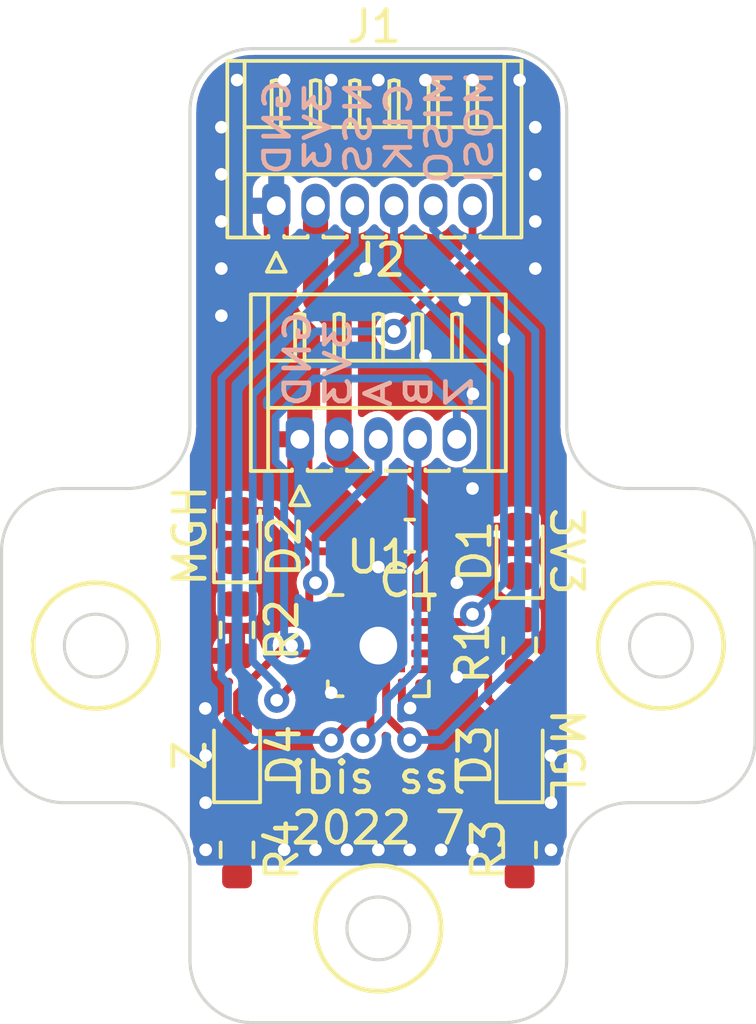
<source format=kicad_pcb>
(kicad_pcb (version 20211014) (generator pcbnew)
  (layers (0 "F.Cu" signal) (31 "B.Cu" signal) (34 "B.Paste" user) (35 "F.Paste" user) (36 "B.SilkS" user "B.Silkscreen") (37 "F.SilkS" user "F.Silkscreen") (38 "B.Mask" user) (39 "F.Mask" user) (44 "Edge.Cuts" user))
  (net 0 "")
  (net 1 "+3V3")
  (net 2 "GND")
  (net 3 "Net-(D1-Pad1)")
  (net 4 "Net-(D2-Pad1)")
  (net 5 "/MGH")
  (net 6 "Net-(D3-Pad1)")
  (net 7 "/MGL")
  (net 8 "Net-(D4-Pad1)")
  (net 9 "/ENC_Z")
  (net 10 "/NSS")
  (net 11 "/CLK")
  (net 12 "/MISO")
  (net 13 "/MOSI")
  (net 14 "/ENC_A")
  (net 15 "/ENC_B")
  (footprint "LED_SMD:LED_0603_1608Metric" (layer "F.Cu") (at 73.5 67.5 90)
    (fp_text reference "D3" (at 0 -1.43 90) (layer "F.SilkS"))
    (fp_text value "LED")
    (fp_line (start -1.485 -0.735) (end -1.485 0.735) (layer "F.SilkS") (width 0.12))
    (fp_line (start 0.8 -0.735) (end -1.485 -0.735) (layer "F.SilkS") (width 0.12))
    (fp_line (start -1.485 0.735) (end 0.8 0.735) (layer "F.SilkS") (width 0.12))
    (pad "1" smd roundrect (at -0.7875 0 90) (size 0.875 0.95) (layers "F.Cu" "F.Paste" "F.Mask") (net 6 "Net-(D3-Pad1)"))
    (pad "2" smd roundrect (at 0.7875 0 90) (size 0.875 0.95) (layers "F.Cu" "F.Paste" "F.Mask") (net 7 "/MGL"))
  )
  (footprint "Connector_Hirose:Hirose_DF13-06P-1.25DS_1x06_P1.25mm_Horizontal" (layer "F.Cu") (at 65.75 50)
    (fp_text reference "J1" (at 3.12 -5.7) (layer "F.SilkS"))
    (fp_text value "Conn_01x06")
    (fp_line (start 2.35 -3.9625) (end 2.5 -4) (layer "F.SilkS") (width 0.12))
    (fp_line (start 7.26 -4.61) (end 7.26 1.01) (layer "F.SilkS") (width 0.12))
    (fp_line (start -1.01 -4.61) (end -1.01 1.01) (layer "F.SilkS") (width 0.12))
    (fp_line (start 2.75 1.01) (end 3.5 1.01) (layer "F.SilkS") (width 0.12))
    (fp_line (start 2.65 -3.9625) (end 2.65 -2.5) (layer "F.SilkS") (width 0.12))
    (fp_line (start 6.1 -3.9625) (end 6.25 -4) (layer "F.SilkS") (width 0.12))
    (fp_line (start 7.81 1.01) (end 6.5 1.01) (layer "F.SilkS") (width 0.12))
    (fp_line (start 7.81 -4.61) (end 7.81 1.01) (layer "F.SilkS") (width 0.12))
    (fp_line (start 6 1.01) (end 6 0.96) (layer "F.SilkS") (width 0.12))
    (fp_line (start 2.35 -2.5) (end 2.35 -3.9625) (layer "F.SilkS") (width 0.12))
    (fp_line (start 6.5 1.01) (end 6.5 0.96) (layer "F.SilkS") (width 0.12))
    (fp_line (start -1.56 1.01) (end -1.56 -4.61) (layer "F.SilkS") (width 0.12))
    (fp_line (start 0 -4) (end 0.15 -3.9625) (layer "F.SilkS") (width 0.12))
    (fp_line (start 0.3 2.1) (end 0 1.5) (layer "F.SilkS") (width 0.12))
    (fp_line (start 2.75 0.96) (end 2.75 1.01) (layer "F.SilkS") (width 0.12))
    (fp_line (start 1.1 -3.9625) (end 1.25 -4) (layer "F.SilkS") (width 0.12))
    (fp_line (start 0.25 0.96) (end 0.25 1.01) (layer "F.SilkS") (width 0.12))
    (fp_line (start 5.15 -3.9625) (end 5.15 -2.5) (layer "F.SilkS") (width 0.12))
    (fp_line (start 0 1.5) (end -0.3 2.1) (layer "F.SilkS") (width 0.12))
    (fp_line (start 4.75 1.01) (end 4.75 0.96) (layer "F.SilkS") (width 0.12))
    (fp_line (start -1.01 -2.5) (end 7.26 -2.5) (layer "F.SilkS") (width 0.12))
    (fp_line (start -0.25 1.01) (end -1.56 1.01) (layer "F.SilkS") (width 0.12))
    (fp_line (start 6.25 -4) (end 6.4 -3.9625) (layer "F.SilkS") (width 0.12))
    (fp_line (start 1.5 0.96) (end 1.5 1.01) (layer "F.SilkS") (width 0.12))
    (fp_line (start -1.56 -4.61) (end 7.81 -4.61) (layer "F.SilkS") (width 0.12))
    (fp_line (start 4.85 -3.9625) (end 5 -4) (layer "F.SilkS") (width 0.12))
    (fp_line (start 2.5 -4) (end 2.65 -3.9625) (layer "F.SilkS") (width 0.12))
    (fp_line (start 4 1.01) (end 4.75 1.01) (layer "F.SilkS") (width 0.12))
    (fp_line (start 1.5 1.01) (end 2.25 1.01) (layer "F.SilkS") (width 0.12))
    (fp_line (start 3.6 -2.5) (end 3.6 -3.9625) (layer "F.SilkS") (width 0.12))
    (fp_line (start 0.15 -3.9625) (end 0.15 -2.5) (layer "F.SilkS") (width 0.12))
    (fp_line (start 6.1 -2.5) (end 6.1 -3.9625) (layer "F.SilkS") (width 0.12))
    (fp_line (start -0.25 0.96) (end -0.25 1.01) (layer "F.SilkS") (width 0.12))
    (fp_line (start 5.25 1.01) (end 6 1.01) (layer "F.SilkS") (width 0.12))
    (fp_line (start -1.01 -1) (end 7.26 -1) (layer "F.SilkS") (width 0.12))
    (fp_line (start 1 1.01) (end 1 0.96) (layer "F.SilkS") (width 0.12))
    (fp_line (start 0.25 1.01) (end 1 1.01) (layer "F.SilkS") (width 0.12))
    (fp_line (start 5.25 0.96) (end 5.25 1.01) (layer "F.SilkS") (width 0.12))
    (fp_line (start 3.75 -4) (end 3.9 -3.9625) (layer "F.SilkS") (width 0.12))
    (fp_line (start 1.4 -3.9625) (end 1.4 -2.5) (layer "F.SilkS") (width 0.12))
    (fp_line (start 4.85 -2.5) (end 4.85 -3.9625) (layer "F.SilkS") (width 0.12))
    (fp_line (start 3.6 -3.9625) (end 3.75 -4) (layer "F.SilkS") (width 0.12))
    (fp_line (start -0.3 2.1) (end 0.3 2.1) (layer "F.SilkS") (width 0.12))
    (fp_line (start -0.15 -2.5) (end -0.15 -3.9625) (layer "F.SilkS") (width 0.12))
    (fp_line (start 1.1 -2.5) (end 1.1 -3.9625) (layer "F.SilkS") (width 0.12))
    (fp_line (start -0.15 -3.9625) (end 0 -4) (layer "F.SilkS") (width 0.12))
    (fp_line (start 3.9 -3.9625) (end 3.9 -2.5) (layer "F.SilkS") (width 0.12))
    (fp_line (start 5 -4) (end 5.15 -3.9625) (layer "F.SilkS") (width 0.12))
    (fp_line (start 1.25 -4) (end 1.4 -3.9625) (layer "F.SilkS") (width 0.12))
    (fp_line (start 6.4 -3.9625) (end 6.4 -2.5) (layer "F.SilkS") (width 0.12))
    (fp_line (start 2.25 1.01) (end 2.25 0.96) (layer "F.SilkS") (width 0.12))
    (fp_line (start 4 0.96) (end 4 1.01) (layer "F.SilkS") (width 0.12))
    (fp_line (start 3.5 1.01) (end 3.5 0.96) (layer "F.SilkS") (width 0.12))
    (pad "1" thru_hole roundrect (at 0 0) (size 0.9 1.4) (drill 0.6) (layers *.Cu *.Mask) (net 2 "GND"))
    (pad "2" thru_hole oval (at 1.25 0) (size 0.9 1.4) (drill 0.6) (layers *.Cu *.Mask) (net 1 "+3V3"))
    (pad "3" thru_hole oval (at 2.5 0) (size 0.9 1.4) (drill 0.6) (layers *.Cu *.Mask) (net 10 "/NSS"))
    (pad "4" thru_hole oval (at 3.75 0) (size 0.9 1.4) (drill 0.6) (layers *.Cu *.Mask) (net 11 "/CLK"))
    (pad "5" thru_hole oval (at 5 0) (size 0.9 1.4) (drill 0.6) (layers *.Cu *.Mask) (net 12 "/MISO"))
    (pad "6" thru_hole oval (at 6.25 0) (size 0.9 1.4) (drill 0.6) (layers *.Cu *.Mask) (net 13 "/MOSI"))
  )
  (footprint "LED_SMD:LED_0603_1608Metric" (layer "F.Cu") (at 73.5 61 90)
    (fp_text reference "D1" (at 0 -1.43 90) (layer "F.SilkS"))
    (fp_text value "LED")
    (fp_line (start -1.485 -0.735) (end -1.485 0.735) (layer "F.SilkS") (width 0.12))
    (fp_line (start 0.8 -0.735) (end -1.485 -0.735) (layer "F.SilkS") (width 0.12))
    (fp_line (start -1.485 0.735) (end 0.8 0.735) (layer "F.SilkS") (width 0.12))
    (pad "1" smd roundrect (at -0.7875 0 90) (size 0.875 0.95) (layers "F.Cu" "F.Paste" "F.Mask") (net 3 "Net-(D1-Pad1)"))
    (pad "2" smd roundrect (at 0.7875 0 90) (size 0.875 0.95) (layers "F.Cu" "F.Paste" "F.Mask") (net 1 "+3V3"))
  )
  (footprint "LED_SMD:LED_0603_1608Metric" (layer "F.Cu") (at 64.5 67.5 90)
    (fp_text reference "D4" (at 0 1.5 90) (layer "F.SilkS"))
    (fp_text value "LED")
    (fp_line (start -1.485 -0.735) (end -1.485 0.735) (layer "F.SilkS") (width 0.12))
    (fp_line (start 0.8 -0.735) (end -1.485 -0.735) (layer "F.SilkS") (width 0.12))
    (fp_line (start -1.485 0.735) (end 0.8 0.735) (layer "F.SilkS") (width 0.12))
    (pad "1" smd roundrect (at -0.7875 0 90) (size 0.875 0.95) (layers "F.Cu" "F.Paste" "F.Mask") (net 8 "Net-(D4-Pad1)"))
    (pad "2" smd roundrect (at 0.7875 0 90) (size 0.875 0.95) (layers "F.Cu" "F.Paste" "F.Mask") (net 9 "/ENC_Z"))
  )
  (footprint "Resistor_SMD:R_0603_1608Metric" (layer "F.Cu") (at 64.5 63.5 -90)
    (fp_text reference "R2" (at 0 -1.43 90) (layer "F.SilkS"))
    (fp_text value "R")
    (fp_line (start -0.237258 -0.5225) (end 0.237258 -0.5225) (layer "F.SilkS") (width 0.12))
    (fp_line (start -0.237258 0.5225) (end 0.237258 0.5225) (layer "F.SilkS") (width 0.12))
    (pad "1" smd roundrect (at -0.825 0 270) (size 0.8 0.95) (layers "F.Cu" "F.Paste" "F.Mask") (net 4 "Net-(D2-Pad1)"))
    (pad "2" smd roundrect (at 0.825 0 270) (size 0.8 0.95) (layers "F.Cu" "F.Paste" "F.Mask") (net 2 "GND"))
  )
  (footprint "Resistor_SMD:R_0603_1608Metric" (layer "F.Cu") (at 73.5 64 -90)
    (fp_text reference "R1" (at 0.237258 1.5 90) (layer "F.SilkS"))
    (fp_text value "R")
    (fp_line (start -0.237258 0.5225) (end 0.237258 0.5225) (layer "F.SilkS") (width 0.12))
    (fp_line (start -0.237258 -0.5225) (end 0.237258 -0.5225) (layer "F.SilkS") (width 0.12))
    (pad "1" smd roundrect (at -0.825 0 270) (size 0.8 0.95) (layers "F.Cu" "F.Paste" "F.Mask") (net 3 "Net-(D1-Pad1)"))
    (pad "2" smd roundrect (at 0.825 0 270) (size 0.8 0.95) (layers "F.Cu" "F.Paste" "F.Mask") (net 2 "GND"))
  )
  (footprint "Connector_Hirose:Hirose_DF13-05P-1.25DS_1x05_P1.25mm_Horizontal" (layer "F.Cu") (at 66.5 57.4325)
    (fp_text reference "J2" (at 2.5 -5.7) (layer "F.SilkS"))
    (fp_text value "Conn_01x05")
    (fp_line (start 1.5 1.01) (end 2.25 1.01) (layer "F.SilkS") (width 0.12))
    (fp_line (start 4 0.96) (end 4 1.01) (layer "F.SilkS") (width 0.12))
    (fp_line (start -0.25 0.96) (end -0.25 1.01) (layer "F.SilkS") (width 0.12))
    (fp_line (start 2.5 -4) (end 2.65 -3.9625) (layer "F.SilkS") (width 0.12))
    (fp_line (start -1.01 -1) (end 6.01 -1) (layer "F.SilkS") (width 0.12))
    (fp_line (start -0.15 -3.9625) (end 0 -4) (layer "F.SilkS") (width 0.12))
    (fp_line (start 3.5 1.01) (end 3.5 0.96) (layer "F.SilkS") (width 0.12))
    (fp_line (start 6.01 -4.61) (end 6.01 1.01) (layer "F.SilkS") (width 0.12))
    (fp_line (start 4.85 -3.9625) (end 5 -4) (layer "F.SilkS") (width 0.12))
    (fp_line (start -1.01 -4.61) (end -1.01 1.01) (layer "F.SilkS") (width 0.12))
    (fp_line (start 5 -4) (end 5.15 -3.9625) (layer "F.SilkS") (width 0.12))
    (fp_line (start 0.25 1.01) (end 1 1.01) (layer "F.SilkS") (width 0.12))
    (fp_line (start 1.4 -3.9625) (end 1.4 -2.5) (layer "F.SilkS") (width 0.12))
    (fp_line (start 2.35 -2.5) (end 2.35 -3.9625) (layer "F.SilkS") (width 0.12))
    (fp_line (start 6.56 -4.61) (end 6.56 1.01) (layer "F.SilkS") (width 0.12))
    (fp_line (start 2.65 -3.9625) (end 2.65 -2.5) (layer "F.SilkS") (width 0.12))
    (fp_line (start 5.25 1.01) (end 5.25 0.96) (layer "F.SilkS") (width 0.12))
    (fp_line (start 0 -4) (end 0.15 -3.9625) (layer "F.SilkS") (width 0.12))
    (fp_line (start 6.56 1.01) (end 5.25 1.01) (layer "F.SilkS") (width 0.12))
    (fp_line (start 4 1.01) (end 4.75 1.01) (layer "F.SilkS") (width 0.12))
    (fp_line (start 0 1.5) (end -0.3 2.1) (layer "F.SilkS") (width 0.12))
    (fp_line (start 2.75 1.01) (end 3.5 1.01) (layer "F.SilkS") (width 0.12))
    (fp_line (start -0.3 2.1) (end 0.3 2.1) (layer "F.SilkS") (width 0.12))
    (fp_line (start -1.56 -4.61) (end 6.56 -4.61) (layer "F.SilkS") (width 0.12))
    (fp_line (start 1.1 -3.9625) (end 1.25 -4) (layer "F.SilkS") (width 0.12))
    (fp_line (start 4.75 1.01) (end 4.75 0.96) (layer "F.SilkS") (width 0.12))
    (fp_line (start 2.75 0.96) (end 2.75 1.01) (layer "F.SilkS") (width 0.12))
    (fp_line (start -0.15 -2.5) (end -0.15 -3.9625) (layer "F.SilkS") (width 0.12))
    (fp_line (start 1.5 0.96) (end 1.5 1.01) (layer "F.SilkS") (width 0.12))
    (fp_line (start 4.85 -2.5) (end 4.85 -3.9625) (layer "F.SilkS") (width 0.12))
    (fp_line (start 3.75 -4) (end 3.9 -3.9625) (layer "F.SilkS") (width 0.12))
    (fp_line (start 3.9 -3.9625) (end 3.9 -2.5) (layer "F.SilkS") (width 0.12))
    (fp_line (start 1 1.01) (end 1 0.96) (layer "F.SilkS") (width 0.12))
    (fp_line (start -1.56 1.01) (end -1.56 -4.61) (layer "F.SilkS") (width 0.12))
    (fp_line (start 3.6 -2.5) (end 3.6 -3.9625) (layer "F.SilkS") (width 0.12))
    (fp_line (start 3.6 -3.9625) (end 3.75 -4) (layer "F.SilkS") (width 0.12))
    (fp_line (start 2.35 -3.9625) (end 2.5 -4) (layer "F.SilkS") (width 0.12))
    (fp_line (start 2.25 1.01) (end 2.25 0.96) (layer "F.SilkS") (width 0.12))
    (fp_line (start 1.25 -4) (end 1.4 -3.9625) (layer "F.SilkS") (width 0.12))
    (fp_line (start 0.25 0.96) (end 0.25 1.01) (layer "F.SilkS") (width 0.12))
    (fp_line (start 0.15 -3.9625) (end 0.15 -2.5) (layer "F.SilkS") (width 0.12))
    (fp_line (start 1.1 -2.5) (end 1.1 -3.9625) (layer "F.SilkS") (width 0.12))
    (fp_line (start -1.01 -2.5) (end 6.01 -2.5) (layer "F.SilkS") (width 0.12))
    (fp_line (start 5.15 -3.9625) (end 5.15 -2.5) (layer "F.SilkS") (width 0.12))
    (fp_line (start 0.3 2.1) (end 0 1.5) (layer "F.SilkS") (width 0.12))
    (fp_line (start -0.25 1.01) (end -1.56 1.01) (layer "F.SilkS") (width 0.12))
    (pad "1" thru_hole roundrect (at 0 0) (size 0.9 1.4) (drill 0.6) (layers *.Cu *.Mask) (net 2 "GND"))
    (pad "2" thru_hole oval (at 1.25 0) (size 0.9 1.4) (drill 0.6) (layers *.Cu *.Mask) (net 1 "+3V3"))
    (pad "3" thru_hole oval (at 2.5 0) (size 0.9 1.4) (drill 0.6) (layers *.Cu *.Mask) (net 14 "/ENC_A"))
    (pad "4" thru_hole oval (at 3.75 0) (size 0.9 1.4) (drill 0.6) (layers *.Cu *.Mask) (net 15 "/ENC_B"))
    (pad "5" thru_hole oval (at 5 0) (size 0.9 1.4) (drill 0.6) (layers *.Cu *.Mask) (net 9 "/ENC_Z"))
  )
  (footprint "Capacitor_SMD:C_0603_1608Metric" (layer "F.Cu") (at 70 60.5 180)
    (fp_text reference "C1" (at 0 -1.43) (layer "F.SilkS"))
    (fp_text value "C")
    (fp_line (start -0.14058 0.51) (end 0.14058 0.51) (layer "F.SilkS") (width 0.12))
    (fp_line (start -0.14058 -0.51) (end 0.14058 -0.51) (layer "F.SilkS") (width 0.12))
    (pad "1" smd roundrect (at -0.775 0 180) (size 0.9 0.95) (layers "F.Cu" "F.Paste" "F.Mask") (net 1 "+3V3"))
    (pad "2" smd roundrect (at 0.775 0 180) (size 0.9 0.95) (layers "F.Cu" "F.Paste" "F.Mask") (net 2 "GND"))
  )
  (footprint "Package_DFN_QFN:QFN-16-1EP_3x3mm_P0.5mm_EP1.7x1.7mm" (layer "F.Cu") (at 69 64)
    (fp_text reference "U1" (at 0 -2.82) (layer "F.SilkS"))
    (fp_text value "MA730")
    (fp_line (start -1.135 -1.61) (end -1.61 -1.61) (layer "F.SilkS") (width 0.12))
    (fp_line (start -1.61 1.61) (end -1.61 1.135) (layer "F.SilkS") (width 0.12))
    (fp_line (start 1.61 1.61) (end 1.61 1.135) (layer "F.SilkS") (width 0.12))
    (fp_line (start 1.61 -1.61) (end 1.61 -1.135) (layer "F.SilkS") (width 0.12))
    (fp_line (start -1.135 1.61) (end -1.61 1.61) (layer "F.SilkS") (width 0.12))
    (fp_line (start 1.135 -1.61) (end 1.61 -1.61) (layer "F.SilkS") (width 0.12))
    (fp_line (start 1.135 1.61) (end 1.61 1.61) (layer "F.SilkS") (width 0.12))
    (pad "1" smd roundrect (at -1.4625 -0.75) (size 0.825 0.25) (layers "F.Cu" "F.Paste" "F.Mask"))
    (pad "2" smd roundrect (at -1.4625 -0.25) (size 0.825 0.25) (layers "F.Cu" "F.Paste" "F.Mask") (net 14 "/ENC_A"))
    (pad "3" smd roundrect (at -1.4625 0.25) (size 0.825 0.25) (layers "F.Cu" "F.Paste" "F.Mask") (net 9 "/ENC_Z"))
    (pad "4" smd roundrect (at -1.4625 0.75) (size 0.825 0.25) (layers "F.Cu" "F.Paste" "F.Mask") (net 13 "/MOSI"))
    (pad "5" smd roundrect (at -0.75 1.4625) (size 0.25 0.825) (layers "F.Cu" "F.Paste" "F.Mask") (net 10 "/NSS"))
    (pad "6" smd roundrect (at -0.25 1.4625) (size 0.25 0.825) (layers "F.Cu" "F.Paste" "F.Mask") (net 15 "/ENC_B"))
    (pad "7" smd roundrect (at 0.25 1.4625) (size 0.25 0.825) (layers "F.Cu" "F.Paste" "F.Mask") (net 12 "/MISO"))
    (pad "8" smd roundrect (at 0.75 1.4625) (size 0.25 0.825) (layers "F.Cu" "F.Paste" "F.Mask") (net 2 "GND"))
    (pad "9" smd roundrect (at 1.4625 0.75) (size 0.825 0.25) (layers "F.Cu" "F.Paste" "F.Mask"))
    (pad "10" smd roundrect (at 1.4625 0.25) (size 0.825 0.25) (layers "F.Cu" "F.Paste" "F.Mask") (net 2 "GND"))
    (pad "11" smd roundrect (at 1.4625 -0.25) (size 0.825 0.25) (layers "F.Cu" "F.Paste" "F.Mask") (net 7 "/MGL"))
    (pad "12" smd roundrect (at 1.4625 -0.75) (size 0.825 0.25) (layers "F.Cu" "F.Paste" "F.Mask") (net 11 "/CLK"))
    (pad "13" smd roundrect (at 0.75 -1.4625) (size 0.25 0.825) (layers "F.Cu" "F.Paste" "F.Mask") (net 1 "+3V3"))
    (pad "14" smd roundrect (at 0.25 -1.4625) (size 0.25 0.825) (layers "F.Cu" "F.Paste" "F.Mask"))
    (pad "15" smd roundrect (at -0.25 -1.4625) (size 0.25 0.825) (layers "F.Cu" "F.Paste" "F.Mask"))
    (pad "16" smd roundrect (at -0.75 -1.4625) (size 0.25 0.825) (layers "F.Cu" "F.Paste" "F.Mask") (net 5 "/MGH"))
    (pad "17" smd rect (at 0 0) (size 1.7 1.7) (layers "F.Cu" "F.Mask") (net 2 "GND"))
  )
  (footprint "Resistor_SMD:R_0603_1608Metric" (layer "F.Cu") (at 64.5 70.5 -90)
    (fp_text reference "R4" (at 0 -1.43 90) (layer "F.SilkS"))
    (fp_text value "R")
    (fp_line (start -0.237258 0.5225) (end 0.237258 0.5225) (layer "F.SilkS") (width 0.12))
    (fp_line (start -0.237258 -0.5225) (end 0.237258 -0.5225) (layer "F.SilkS") (width 0.12))
    (pad "1" smd roundrect (at -0.825 0 270) (size 0.8 0.95) (layers "F.Cu" "F.Paste" "F.Mask") (net 8 "Net-(D4-Pad1)"))
    (pad "2" smd roundrect (at 0.825 0 270) (size 0.8 0.95) (layers "F.Cu" "F.Paste" "F.Mask") (net 2 "GND"))
  )
  (footprint "LED_SMD:LED_0603_1608Metric" (layer "F.Cu") (at 64.5 60.5 90)
    (fp_text reference "D2" (at -0.3425 1.5 90) (layer "F.SilkS"))
    (fp_text value "LED")
    (fp_line (start -1.485 -0.735) (end -1.485 0.735) (layer "F.SilkS") (width 0.12))
    (fp_line (start -1.485 0.735) (end 0.8 0.735) (layer "F.SilkS") (width 0.12))
    (fp_line (start 0.8 -0.735) (end -1.485 -0.735) (layer "F.SilkS") (width 0.12))
    (pad "1" smd roundrect (at -0.7875 0 90) (size 0.875 0.95) (layers "F.Cu" "F.Paste" "F.Mask") (net 4 "Net-(D2-Pad1)"))
    (pad "2" smd roundrect (at 0.7875 0 90) (size 0.875 0.95) (layers "F.Cu" "F.Paste" "F.Mask") (net 5 "/MGH"))
  )
  (footprint "Resistor_SMD:R_0603_1608Metric" (layer "F.Cu") (at 73.5 70.5 -90)
    (fp_text reference "R3" (at 0 1 90) (layer "F.SilkS"))
    (fp_text value "R")
    (fp_line (start -0.237258 0.5225) (end 0.237258 0.5225) (layer "F.SilkS") (width 0.12))
    (fp_line (start -0.237258 -0.5225) (end 0.237258 -0.5225) (layer "F.SilkS") (width 0.12))
    (pad "1" smd roundrect (at -0.825 0 270) (size 0.8 0.95) (layers "F.Cu" "F.Paste" "F.Mask") (net 6 "Net-(D3-Pad1)"))
    (pad "2" smd roundrect (at 0.825 0 270) (size 0.8 0.95) (layers "F.Cu" "F.Paste" "F.Mask") (net 2 "GND"))
  )
  (gr_circle (center 78 64) (end 76 64) (layer "F.SilkS") (width 0.15) (fill none))
  (gr_circle (center 69 73) (end 69 71) (layer "F.SilkS") (width 0.15) (fill none))
  (gr_circle (center 60 64) (end 62 64) (layer "F.SilkS") (width 0.15) (fill none))
  (gr_arc (start 79 59) (mid 80.414214 59.585786) (end 81 61) (layer "Edge.Cuts") (width 0.1))
  (gr_line (start 63 71) (end 63 74) (layer "Edge.Cuts") (width 0.1))
  (gr_arc (start 59 69) (mid 57.585786 68.414214) (end 57 67) (layer "Edge.Cuts") (width 0.1))
  (gr_line (start 59 69) (end 61 69) (layer "Edge.Cuts") (width 0.1))
  (gr_line (start 73 45) (end 65 45) (layer "Edge.Cuts") (width 0.1))
  (gr_circle (center 78 64) (end 79 64) (layer "Edge.Cuts") (width 0.1) (fill none))
  (gr_arc (start 81 67) (mid 80.414214 68.414214) (end 79 69) (layer "Edge.Cuts") (width 0.1))
  (gr_arc (start 61 69) (mid 62.414214 69.585786) (end 63 71) (layer "Edge.Cuts") (width 0.1))
  (gr_arc (start 77 59) (mid 75.585786 58.414214) (end 75 57) (layer "Edge.Cuts") (width 0.1))
  (gr_arc (start 75 71) (mid 75.585786 69.585786) (end 77 69) (layer "Edge.Cuts") (width 0.1))
  (gr_arc (start 57 61) (mid 57.585786 59.585786) (end 59 59) (layer "Edge.Cuts") (width 0.1))
  (gr_line (start 75 74) (end 75 71) (layer "Edge.Cuts") (width 0.1))
  (gr_arc (start 63 47) (mid 63.585786 45.585786) (end 65 45) (layer "Edge.Cuts") (width 0.1))
  (gr_line (start 61 59) (end 59 59) (layer "Edge.Cuts") (width 0.1))
  (gr_circle (center 60 64) (end 61 64) (layer "Edge.Cuts") (width 0.1) (fill none))
  (gr_line (start 79 59) (end 77 59) (layer "Edge.Cuts") (width 0.1))
  (gr_circle (center 69 73) (end 69 74) (layer "Edge.Cuts") (width 0.1) (fill none))
  (gr_arc (start 65 76) (mid 63.585786 75.414214) (end 63 74) (layer "Edge.Cuts") (width 0.1))
  (gr_line (start 63 47) (end 63 57) (layer "Edge.Cuts") (width 0.1))
  (gr_arc (start 75 74) (mid 74.414214 75.414214) (end 73 76) (layer "Edge.Cuts") (width 0.1))
  (gr_line (start 75 57) (end 75 47) (layer "Edge.Cuts") (width 0.1))
  (gr_arc (start 73 45) (mid 74.414214 45.585786) (end 75 47) (layer "Edge.Cuts") (width 0.1))
  (gr_line (start 57 61) (end 57 67) (layer "Edge.Cuts") (width 0.1))
  (gr_arc (start 63 57) (mid 62.414214 58.414214) (end 61 59) (layer "Edge.Cuts") (width 0.1))
  (gr_line (start 81 67) (end 81 61) (layer "Edge.Cuts") (width 0.1))
  (gr_line (start 77 69) (end 79 69) (layer "Edge.Cuts") (width 0.1))
  (gr_line (start 65 76) (end 73 76) (layer "Edge.Cuts") (width 0.1))
  (gr_text "GND\n3V3\nNSS\nCLK\nMISO\nMOSI" (at 69 47.5 90) (layer "B.SilkS") (effects (font (size 0.8 1)) (justify mirror)))
  (gr_text "GND\n3V3\nA\nB\nZ" (at 69 56.5 90) (layer "B.SilkS") (effects (font (size 0.8 1)) (justify right mirror)))
  (gr_text "ibis ssl\n2022 7" (at 69 69) (layer "F.SilkS") (effects (font (size 1 1))))
  (gr_text "MGL" (at 75 67.5 270) (layer "F.SilkS") (effects (font (size 1 1))))
  (gr_text "MGH" (at 63 60.5 90) (layer "F.SilkS") (effects (font (size 1 1))))
  (gr_text "3V3" (at 75 61 270) (layer "F.SilkS") (effects (font (size 1 1))))
  (gr_text "Z" (at 63 67.5 90) (layer "F.SilkS") (effects (font (size 1 1))))
  (segment (start 72.2875 60.2125) (end 72 60.5) (width 0.25) (layer "F.Cu") (net 1))
  (segment (start 73.5 60.2125) (end 72.2875 60.2125) (width 0.25) (layer "F.Cu") (net 1))
  (segment (start 67 53) (end 67 50) (width 0.8) (layer "F.Cu") (net 1))
  (segment (start 69.75 61.525) (end 70.775 60.5) (width 0.25) (layer "F.Cu") (net 1))
  (segment (start 67.75 57.4325) (end 67.75 53.75) (width 0.8) (layer "F.Cu") (net 1))
  (segment (start 72 60.5) (end 70.775 60.5) (width 0.25) (layer "F.Cu") (net 1))
  (segment (start 69.5 59) (end 68.833255 59) (width 0.8) (layer "F.Cu") (net 1))
  (segment (start 67.75 57.916745) (end 67.75 57.4325) (width 0.8) (layer "F.Cu") (net 1))
  (segment (start 69.75 62.5375) (end 69.75 61.525) (width 0.25) (layer "F.Cu") (net 1))
  (segment (start 68.833255 59) (end 67.75 57.916745) (width 0.8) (layer "F.Cu") (net 1))
  (segment (start 67.75 53.75) (end 67 53) (width 0.8) (layer "F.Cu") (net 1))
  (segment (start 70.775 60.275) (end 69.5 59) (width 0.8) (layer "F.Cu") (net 1))
  (segment (start 70.775 60.5) (end 70.775 60.275) (width 0.8) (layer "F.Cu") (net 1))
  (segment (start 70.922328 64.25) (end 70.4625 64.25) (width 0.25) (layer "F.Cu") (net 2))
  (segment (start 64.5 70.5) (end 65 70.5) (width 0.25) (layer "F.Cu") (net 2))
  (segment (start 71.5 64.827672) (end 70.922328 64.25) (width 0.25) (layer "F.Cu") (net 2))
  (segment (start 66.5 57.4325) (end 66.5 59) (width 0.8) (layer "F.Cu") (net 2))
  (segment (start 66 69.5) (end 71 69.5) (width 0.25) (layer "F.Cu") (net 2))
  (segment (start 65.75 50) (end 65.75 54.25) (width 0.8) (layer "F.Cu") (net 2))
  (segment (start 71 69.5) (end 72 69.5) (width 0.25) (layer "F.Cu") (net 2))
  (segment (start 63.487701 66) (end 63.487701 65.337299) (width 0.25) (layer "F.Cu") (net 2))
  (segment (start 63.487701 65.337299) (end 64.5 64.325) (width 0.25) (layer "F.Cu") (net 2))
  (segment (start 64.5 71.325) (end 64.5 70.5) (width 0.25) (layer "F.Cu") (net 2))
  (segment (start 67.5 60) (end 68.725 60) (width 0.8) (layer "F.Cu") (net 2))
  (segment (start 69.75 65.4625) (end 69.75 65.725402) (width 0.25) (layer "F.Cu") (net 2))
  (segment (start 73.5 70.5) (end 73.5 71.325) (width 0.25) (layer "F.Cu") (net 2))
  (segment (start 70.012299 65.987701) (end 71 66.975402) (width 0.25) (layer "F.Cu") (net 2))
  (segment (start 71 66.975402) (end 71 69.5) (width 0.25) (layer "F.Cu") (net 2))
  (segment (start 65 70.5) (end 66 69.5) (width 0.25) (layer "F.Cu") (net 2))
  (segment (start 69.75 65.725402) (end 70.012299 65.987701) (width 0.25) (layer "F.Cu") (net 2))
  (segment (start 65.75 54.25) (end 66.5 55) (width 0.8) (layer "F.Cu") (net 2))
  (segment (start 71.5 65) (end 71.5 64.827672) (width 0.25) (layer "F.Cu") (net 2))
  (segment (start 66.5 59) (end 67.5 60) (width 0.8) (layer "F.Cu") (net 2))
  (segment (start 72 69.5) (end 73 70.5) (width 0.25) (layer "F.Cu") (net 2))
  (segment (start 73 70.5) (end 73.5 70.5) (width 0.25) (layer "F.Cu") (net 2))
  (segment (start 66.5 55) (end 66.5 57.4325) (width 0.8) (layer "F.Cu") (net 2))
  (segment (start 68.725 60) (end 69.225 60.5) (width 0.8) (layer "F.Cu") (net 2))
  (via (at 64.5 46) (size 0.8) (drill 0.4) (layers "F.Cu" "B.Cu") (net 2))
  (via (at 70.5 46) (size 0.8) (drill 0.4) (layers "F.Cu" "B.Cu") (net 2))
  (via (at 74 52) (size 0.8) (drill 0.4) (layers "F.Cu" "B.Cu") (net 2))
  (via (at 63.5 67.5) (size 0.8) (drill 0.4) (layers "F.Cu" "B.Cu") (net 2))
  (via (at 71.75 53) (size 0.8) (drill 0.4) (layers "F.Cu" "B.Cu") (net 2))
  (via (at 64 49) (size 0.8) (drill 0.4) (layers "F.Cu" "B.Cu") (net 2))
  (via (at 63.487701 66) (size 0.8) (drill 0.4) (layers "F.Cu" "B.Cu") (net 2))
  (via (at 71.5 62) (size 0.8) (drill 0.4) (layers "F.Cu" "B.Cu") (net 2))
  (via (at 66 70.5) (size 0.8) (drill 0.4) (layers "F.Cu" "B.Cu") (net 2))
  (via (at 72 70.5) (size 0.8) (drill 0.4) (layers "F.Cu" "B.Cu") (net 2))
  (via (at 70 70.5) (size 0.8) (drill 0.4) (layers "F.Cu" "B.Cu") (net 2))
  (via (at 66 46) (size 0.8) (drill 0.4) (layers "F.Cu" "B.Cu") (net 2))
  (via (at 72 59) (size 0.8) (drill 0.4) (layers "F.Cu" "B.Cu") (net 2))
  (via (at 71.5 65) (size 0.8) (drill 0.4) (layers "F.Cu" "B.Cu") (net 2))
  (via (at 71 70.5) (size 0.8) (drill 0.4) (layers "F.Cu" "B.Cu") (net 2))
  (via (at 73.5 46) (size 0.8) (drill 0.4) (layers "F.Cu" "B.Cu") (net 2))
  (via (at 69 70.5) (size 0.8) (drill 0.4) (layers "F.Cu" "B.Cu") (net 2))
  (via (at 67.5 46) (size 0.8) (drill 0.4) (layers "F.Cu" "B.Cu") (net 2))
  (via (at 63.5 69) (size 0.8) (drill 0.4) (layers "F.Cu" "B.Cu") (net 2))
  (via (at 68 70.5) (size 0.8) (drill 0.4) (layers "F.Cu" "B.Cu") (net 2))
  (via (at 70.5 54.7755) (size 0.8) (drill 0.4) (layers "F.Cu" "B.Cu") (net 2))
  (via (at 72 46) (size 0.8) (drill 0.4) (layers "F.Cu" "B.Cu") (net 2))
  (via (at 64 50.5) (size 0.8) (drill 0.4) (layers "F.Cu" "B.Cu") (net 2))
  (via (at 67 70.5) (size 0.8) (drill 0.4) (layers "F.Cu" "B.Cu") (net 2))
  (via (at 74.5 70.5) (size 0.8) (drill 0.4) (layers "F.Cu" "B.Cu") (net 2))
  (via (at 69 46) (size 0.8) (drill 0.4) (layers "F.Cu" "B.Cu") (net 2))
  (via (at 72.012299 55.987701) (size 0.8) (drill 0.4) (layers "F.Cu" "B.Cu") (net 2))
  (via (at 69 61.5) (size 0.8) (drill 0.4) (layers "F.Cu" "B.Cu") (net 2))
  (via (at 64 52) (size 0.8) (drill 0.4) (layers "F.Cu" "B.Cu") (net 2))
  (via (at 69 64) (size 1.6) (drill 1.2) (layers "F.Cu" "B.Cu") (net 2))
  (via (at 74.5 69) (size 0.8) (drill 0.4) (layers "F.Cu" "B.Cu") (net 2))
  (via (at 63.5 70.5) (size 0.8) (drill 0.4) (layers "F.Cu" "B.Cu") (net 2))
  (via (at 74.5 67.5) (size 0.8) (drill 0.4) (layers "F.Cu" "B.Cu") (net 2))
  (via (at 68.6 52) (size 0.8) (drill 0.4) (layers "F.Cu" "B.Cu") (net 2))
  (via (at 67.5 65.5) (size 0.8) (drill 0.4) (layers "F.Cu" "B.Cu") (net 2))
  (via (at 74 49) (size 0.8) (drill 0.4) (layers "F.Cu" "B.Cu") (net 2))
  (via (at 64 47.5) (size 0.8) (drill 0.4) (layers "F.Cu" "B.Cu") (net 2))
  (via (at 64 53.5) (size 0.8) (drill 0.4) (layers "F.Cu" "B.Cu") (net 2))
  (via (at 73 54.25) (size 0.8) (drill 0.4) (layers "F.Cu" "B.Cu") (net 2))
  (via (at 74 50.5) (size 0.8) (drill 0.4) (layers "F.Cu" "B.Cu") (net 2))
  (via (at 74 47.5) (size 0.8) (drill 0.4) (layers "F.Cu" "B.Cu") (net 2))
  (via (at 70.012299 65.987701) (size 0.8) (drill 0.4) (layers "F.Cu" "B.Cu") (net 2))
  (segment (start 70.012299 65.987701) (end 70.512299 65.987701) (width 0.25) (layer "B.Cu") (net 2))
  (segment (start 70.512299 65.987701) (end 71.5 65) (width 0.25) (layer "B.Cu") (net 2))
  (segment (start 73.5 63.175) (end 73.5 61.7875) (width 0.25) (layer "F.Cu") (net 3))
  (segment (start 64.5 61.2875) (end 64.5 62.675) (width 0.25) (layer "F.Cu") (net 4))
  (segment (start 65.7125 59.7125) (end 67 61) (width 0.25) (layer "F.Cu") (net 5))
  (segment (start 67.5 61) (end 68.25 61.75) (width 0.25) (layer "F.Cu") (net 5))
  (segment (start 64.5 59.7125) (end 65.7125 59.7125) (width 0.25) (layer "F.Cu") (net 5))
  (segment (start 67 61) (end 67.5 61) (width 0.25) (layer "F.Cu") (net 5))
  (segment (start 68.25 61.75) (end 68.25 62.5375) (width 0.25) (layer "F.Cu") (net 5))
  (segment (start 73.5 69.675) (end 73.5 68.2875) (width 0.25) (layer "F.Cu") (net 6))
  (segment (start 73.5 66.7125) (end 72.5 65.7125) (width 0.25) (layer "F.Cu") (net 7))
  (segment (start 71.274614 63.75) (end 70.4625 63.75) (width 0.25) (layer "F.Cu") (net 7))
  (segment (start 72.5 65.7125) (end 72.5 64.975386) (width 0.25) (layer "F.Cu") (net 7))
  (segment (start 72.5 64.975386) (end 71.274614 63.75) (width 0.25) (layer "F.Cu") (net 7))
  (segment (start 64.5 69.675) (end 64.5 68.2875) (width 0.25) (layer "F.Cu") (net 8))
  (segment (start 66.041783 64) (end 64.5 65.541783) (width 0.25) (layer "F.Cu") (net 9))
  (segment (start 66.237701 64) (end 66.487701 64.25) (width 0.25) (layer "F.Cu") (net 9))
  (segment (start 66.487701 64.25) (end 67.5375 64.25) (width 0.25) (layer "F.Cu") (net 9))
  (segment (start 64.5 65.541783) (end 64.5 66.7125) (width 0.25) (layer "F.Cu") (net 9))
  (segment (start 66.237701 64) (end 66.041783 64) (width 0.25) (layer "F.Cu") (net 9))
  (via (at 66.237701 64) (size 0.8) (drill 0.4) (layers "F.Cu" "B.Cu") (net 9))
  (segment (start 66.237701 64) (end 66 63.762299) (width 0.25) (layer "B.Cu") (net 9))
  (segment (start 71.5 56.5) (end 71.5 57.4325) (width 0.25) (layer "B.Cu") (net 9))
  (segment (start 65.72548 56.729882) (end 66.955362 55.5) (width 0.25) (layer "B.Cu") (net 9))
  (segment (start 66 63.762299) (end 66 58.409638) (width 0.25) (layer "B.Cu") (net 9))
  (segment (start 66.955362 55.5) (end 70.5 55.5) (width 0.25) (layer "B.Cu") (net 9))
  (segment (start 66 58.409638) (end 65.72548 58.135118) (width 0.25) (layer "B.Cu") (net 9))
  (segment (start 65.72548 58.135118) (end 65.72548 56.729882) (width 0.25) (layer "B.Cu") (net 9))
  (segment (start 70.5 55.5) (end 71.5 56.5) (width 0.25) (layer "B.Cu") (net 9))
  (segment (start 67.5 67) (end 68.25 66.25) (width 0.25) (layer "F.Cu") (net 10))
  (segment (start 68.25 66.25) (end 68.25 65.4625) (width 0.25) (layer "F.Cu") (net 10))
  (via (at 67.5 67) (size 0.8) (drill 0.4) (layers "F.Cu" "B.Cu") (net 10))
  (segment (start 67.5 67) (end 65 67) (width 0.25) (layer "B.Cu") (net 10))
  (segment (start 68.25 51.25) (end 68.25 50) (width 0.25) (layer "B.Cu") (net 10))
  (segment (start 64.212212 66.212212) (end 64.212212 65.212196) (width 0.25) (layer "B.Cu") (net 10))
  (segment (start 65 67) (end 64.212212 66.212212) (width 0.25) (layer "B.Cu") (net 10))
  (segment (start 64 55.5) (end 68.25 51.25) (width 0.25) (layer "B.Cu") (net 10))
  (segment (start 64 64.999984) (end 64 55.5) (width 0.25) (layer "B.Cu") (net 10))
  (segment (start 64.212212 65.212196) (end 64 64.999984) (width 0.25) (layer "B.Cu") (net 10))
  (segment (start 71.75 63.25) (end 72 63) (width 0.25) (layer "F.Cu") (net 11))
  (segment (start 70.4625 63.25) (end 71.75 63.25) (width 0.25) (layer "F.Cu") (net 11))
  (via (at 72 63) (size 0.8) (drill 0.4) (layers "F.Cu" "B.Cu") (net 11))
  (segment (start 73 55.5) (end 73 62) (width 0.25) (layer "B.Cu") (net 11))
  (segment (start 69.5 50) (end 69.5 52) (width 0.25) (layer "B.Cu") (net 11))
  (segment (start 69.5 52) (end 73 55.5) (width 0.25) (layer "B.Cu") (net 11))
  (segment (start 73 62) (end 72 63) (width 0.25) (layer "B.Cu") (net 11))
  (segment (start 69.25 65.4625) (end 69.25 66.25) (width 0.25) (layer "F.Cu") (net 12))
  (segment (start 69.25 66.25) (end 70 67) (width 0.25) (layer "F.Cu") (net 12))
  (via (at 70 67) (size 0.8) (drill 0.4) (layers "F.Cu" "B.Cu") (net 12))
  (segment (start 74 54) (end 74 64) (width 0.25) (layer "B.Cu") (net 12))
  (segment (start 71 67) (end 70 67) (width 0.25) (layer "B.Cu") (net 12))
  (segment (start 74 64) (end 71 67) (width 0.25) (layer "B.Cu") (net 12))
  (segment (start 70.75 50) (end 70.75 50.75) (width 0.25) (layer "B.Cu") (net 12))
  (segment (start 70.75 50.75) (end 74 54) (width 0.25) (layer "B.Cu") (net 12))
  (segment (start 72 51.5) (end 72 50) (width 0.25) (layer "F.Cu") (net 13))
  (segment (start 69.5 54) (end 72 51.5) (width 0.25) (layer "F.Cu") (net 13))
  (segment (start 66.75 64.75) (end 67.5375 64.75) (width 0.25) (layer "F.Cu") (net 13))
  (segment (start 65.762299 65.737701) (end 66.75 64.75) (width 0.25) (layer "F.Cu") (net 13))
  (via (at 69.5 54) (size 0.8) (drill 0.4) (layers "F.Cu" "B.Cu") (net 13))
  (via (at 65.762299 65.737701) (size 0.8) (drill 0.4) (layers "F.Cu" "B.Cu") (net 13))
  (segment (start 67 54) (end 69.5 54) (width 0.25) (layer "B.Cu") (net 13))
  (segment (start 65.762299 65.262299) (end 65 64.5) (width 0.25) (layer "B.Cu") (net 13))
  (segment (start 65.762299 65.737701) (end 65.762299 65.262299) (width 0.25) (layer "B.Cu") (net 13))
  (segment (start 65 64.5) (end 65 56) (width 0.25) (layer "B.Cu") (net 13))
  (segment (start 65 56) (end 67 54) (width 0.25) (layer "B.Cu") (net 13))
  (segment (start 66.80048 63.472808) (end 67.077672 63.75) (width 0.25) (layer "F.Cu") (net 14))
  (segment (start 67.077672 63.75) (end 67.5375 63.75) (width 0.25) (layer "F.Cu") (net 14))
  (segment (start 66.80048 62.19952) (end 66.80048 63.472808) (width 0.25) (layer "F.Cu") (net 14))
  (segment (start 67 62) (end 66.80048 62.19952) (width 0.25) (layer "F.Cu") (net 14))
  (via (at 67 62) (size 0.8) (drill 0.4) (layers "F.Cu" "B.Cu") (net 14))
  (segment (start 69 58.5) (end 69 57.4325) (width 0.25) (layer "B.Cu") (net 14))
  (segment (start 67 62) (end 67 60.5) (width 0.25) (layer "B.Cu") (net 14))
  (segment (start 67 60.5) (end 69 58.5) (width 0.25) (layer "B.Cu") (net 14))
  (segment (start 68.512299 67.012299) (end 68.75 66.774598) (width 0.25) (layer "F.Cu") (net 15))
  (segment (start 68.75 66.774598) (end 68.75 65.4625) (width 0.25) (layer "F.Cu") (net 15))
  (via (at 68.512299 67.012299) (size 0.8) (drill 0.4) (layers "F.Cu" "B.Cu") (net 15))
  (segment (start 69.275489 66.249109) (end 69.275489 65.699897) (width 0.25) (layer "B.Cu") (net 15))
  (segment (start 68.512299 67.012299) (end 69.275489 66.249109) (width 0.25) (layer "B.Cu") (net 15))
  (segment (start 69.275489 65.699897) (end 70.25 64.725386) (width 0.25) (layer "B.Cu") (net 15))
  (segment (start 70.25 64.725386) (end 70.25 57.4325) (width 0.25) (layer "B.Cu") (net 15))
  (zone (net 2) (net_name "GND") (layer "F.Cu") (connect_pads (clearance 0.2)) (min_thickness 0.254) (fill yes (thermal_gap 0.3) (thermal_bridge_width 0.508))
    (polygon (pts (xy 75 71) (xy 63 71) (xy 63 44.5) (xy 75 44.5)))
  )
  (zone (net 2) (net_name "GND") (layer "B.Cu") (connect_pads (clearance 0.2)) (min_thickness 0.254) (fill yes (thermal_gap 0.3) (thermal_bridge_width 0.508))
    (polygon (pts (xy 75 71) (xy 63 71) (xy 63 45) (xy 75 45)))
  )
)
</source>
